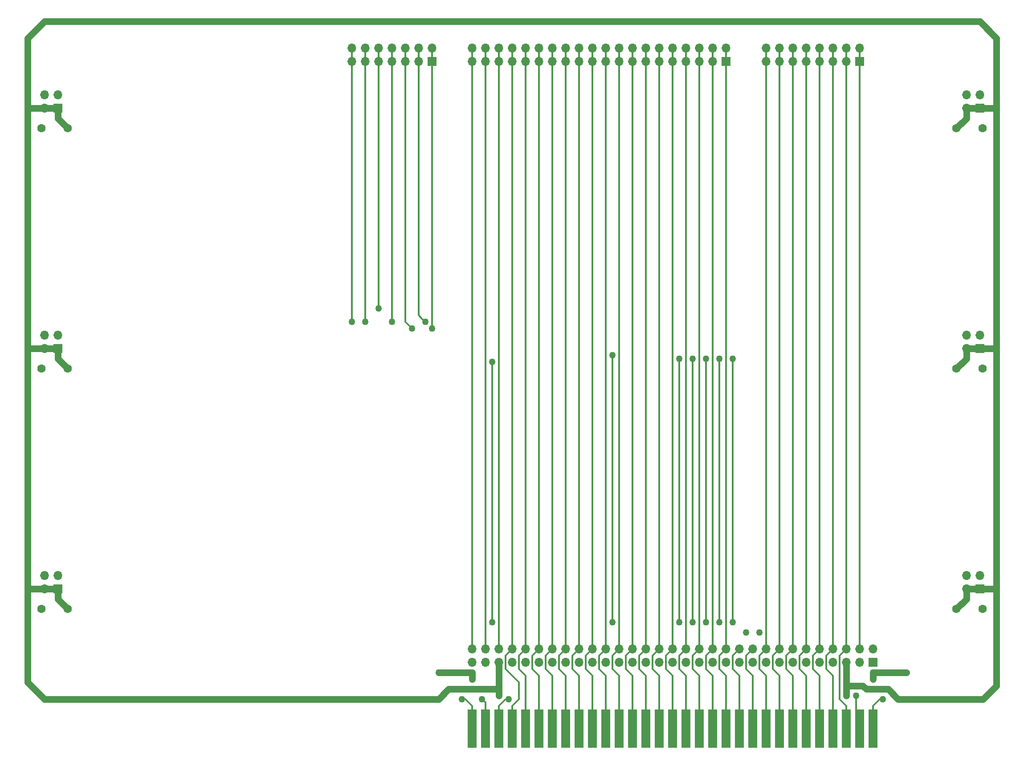
<source format=gtl>
G04 #@! TF.GenerationSoftware,KiCad,Pcbnew,(5.1.4)-1*
G04 #@! TF.CreationDate,2023-01-29T13:09:45+10:30*
G04 #@! TF.ProjectId,ISA_Bread_Board_v1-1,4953415f-4272-4656-9164-5f426f617264,1*
G04 #@! TF.SameCoordinates,Original*
G04 #@! TF.FileFunction,Copper,L1,Top*
G04 #@! TF.FilePolarity,Positive*
%FSLAX46Y46*%
G04 Gerber Fmt 4.6, Leading zero omitted, Abs format (unit mm)*
G04 Created by KiCad (PCBNEW (5.1.4)-1) date 2023-01-29 13:09:45*
%MOMM*%
%LPD*%
G04 APERTURE LIST*
%ADD10R,1.780000X7.366000*%
%ADD11O,1.700000X1.700000*%
%ADD12R,1.700000X1.700000*%
%ADD13C,1.600000*%
%ADD14C,1.270000*%
%ADD15C,0.317500*%
%ADD16C,1.270000*%
G04 APERTURE END LIST*
D10*
X255905000Y-203073000D03*
X253365000Y-203073000D03*
X250825000Y-203073000D03*
X248285000Y-203073000D03*
X245745000Y-203073000D03*
X243205000Y-203073000D03*
X240665000Y-203073000D03*
X238125000Y-203073000D03*
X235585000Y-203073000D03*
X233045000Y-203073000D03*
X230505000Y-203073000D03*
X227965000Y-203073000D03*
X225425000Y-203073000D03*
X222885000Y-203073000D03*
X220345000Y-203073000D03*
X217805000Y-203073000D03*
X215265000Y-203073000D03*
X212725000Y-203073000D03*
X210185000Y-203073000D03*
X207645000Y-203073000D03*
X283845000Y-203073000D03*
X281305000Y-203073000D03*
X278765000Y-203073000D03*
X276225000Y-203073000D03*
X273685000Y-203073000D03*
X271145000Y-203073000D03*
X268605000Y-203073000D03*
X266065000Y-203073000D03*
X263525000Y-203073000D03*
X260985000Y-203073000D03*
X258445000Y-203073000D03*
D11*
X184785000Y-73660000D03*
X184785000Y-76200000D03*
X187325000Y-73660000D03*
X187325000Y-76200000D03*
X189865000Y-73660000D03*
X189865000Y-76200000D03*
X192405000Y-73660000D03*
X192405000Y-76200000D03*
X194945000Y-73660000D03*
X194945000Y-76200000D03*
X197485000Y-73660000D03*
X197485000Y-76200000D03*
X200025000Y-73660000D03*
D12*
X200025000Y-76200000D03*
D11*
X263525000Y-73660000D03*
X263525000Y-76200000D03*
X266065000Y-73660000D03*
X266065000Y-76200000D03*
X268605000Y-73660000D03*
X268605000Y-76200000D03*
X271145000Y-73660000D03*
X271145000Y-76200000D03*
X273685000Y-73660000D03*
X273685000Y-76200000D03*
X276225000Y-73660000D03*
X276225000Y-76200000D03*
X278765000Y-73660000D03*
X278765000Y-76200000D03*
X281305000Y-73660000D03*
D12*
X281305000Y-76200000D03*
D11*
X207645000Y-187960000D03*
X207645000Y-190500000D03*
X210185000Y-187960000D03*
X210185000Y-190500000D03*
X212725000Y-187960000D03*
X212725000Y-190500000D03*
X215265000Y-187960000D03*
X215265000Y-190500000D03*
X217805000Y-187960000D03*
X217805000Y-190500000D03*
X220345000Y-187960000D03*
X220345000Y-190500000D03*
X222885000Y-187960000D03*
X222885000Y-190500000D03*
X225425000Y-187960000D03*
X225425000Y-190500000D03*
X227965000Y-187960000D03*
X227965000Y-190500000D03*
X230505000Y-187960000D03*
X230505000Y-190500000D03*
X233045000Y-187960000D03*
X233045000Y-190500000D03*
X235585000Y-187960000D03*
X235585000Y-190500000D03*
X238125000Y-187960000D03*
X238125000Y-190500000D03*
X240665000Y-187960000D03*
X240665000Y-190500000D03*
X243205000Y-187960000D03*
X243205000Y-190500000D03*
X245745000Y-187960000D03*
X245745000Y-190500000D03*
X248285000Y-187960000D03*
X248285000Y-190500000D03*
X250825000Y-187960000D03*
X250825000Y-190500000D03*
X253365000Y-187960000D03*
X253365000Y-190500000D03*
X255905000Y-187960000D03*
X255905000Y-190500000D03*
X258445000Y-187960000D03*
X258445000Y-190500000D03*
X260985000Y-187960000D03*
X260985000Y-190500000D03*
X263525000Y-187960000D03*
X263525000Y-190500000D03*
X266065000Y-187960000D03*
X266065000Y-190500000D03*
X268605000Y-187960000D03*
X268605000Y-190500000D03*
X271145000Y-187960000D03*
X271145000Y-190500000D03*
X273685000Y-187960000D03*
X273685000Y-190500000D03*
X276225000Y-187960000D03*
X276225000Y-190500000D03*
X278765000Y-187960000D03*
X278765000Y-190500000D03*
X281305000Y-187960000D03*
X281305000Y-190500000D03*
X283845000Y-187960000D03*
D12*
X283845000Y-190500000D03*
D11*
X207645000Y-73660000D03*
X207645000Y-76200000D03*
X210185000Y-73660000D03*
X210185000Y-76200000D03*
X212725000Y-73660000D03*
X212725000Y-76200000D03*
X215265000Y-73660000D03*
X215265000Y-76200000D03*
X217805000Y-73660000D03*
X217805000Y-76200000D03*
X220345000Y-73660000D03*
X220345000Y-76200000D03*
X222885000Y-73660000D03*
X222885000Y-76200000D03*
X225425000Y-73660000D03*
X225425000Y-76200000D03*
X227965000Y-73660000D03*
X227965000Y-76200000D03*
X230505000Y-73660000D03*
X230505000Y-76200000D03*
X233045000Y-73660000D03*
X233045000Y-76200000D03*
X235585000Y-73660000D03*
X235585000Y-76200000D03*
X238125000Y-73660000D03*
X238125000Y-76200000D03*
X240665000Y-73660000D03*
X240665000Y-76200000D03*
X243205000Y-73660000D03*
X243205000Y-76200000D03*
X245745000Y-73660000D03*
X245745000Y-76200000D03*
X248285000Y-73660000D03*
X248285000Y-76200000D03*
X250825000Y-73660000D03*
X250825000Y-76200000D03*
X253365000Y-73660000D03*
X253365000Y-76200000D03*
X255905000Y-73660000D03*
D12*
X255905000Y-76200000D03*
D11*
X301625000Y-173990000D03*
X301625000Y-176530000D03*
X304165000Y-173990000D03*
D12*
X304165000Y-176530000D03*
D11*
X301625000Y-128270000D03*
X301625000Y-130810000D03*
X304165000Y-128270000D03*
D12*
X304165000Y-130810000D03*
D11*
X301625000Y-82550000D03*
X301625000Y-85090000D03*
X304165000Y-82550000D03*
D12*
X304165000Y-85090000D03*
D11*
X126365000Y-82550000D03*
X126365000Y-85090000D03*
X128905000Y-82550000D03*
D12*
X128905000Y-85090000D03*
D11*
X126365000Y-128270000D03*
X126365000Y-130810000D03*
X128905000Y-128270000D03*
D12*
X128905000Y-130810000D03*
D11*
X126365000Y-173990000D03*
X126365000Y-176530000D03*
X128905000Y-173990000D03*
D12*
X128905000Y-176530000D03*
D13*
X304720000Y-134620000D03*
X299720000Y-134620000D03*
X125810000Y-134620000D03*
X130810000Y-134620000D03*
X299720000Y-88900000D03*
X304720000Y-88900000D03*
X125810000Y-88900000D03*
X130810000Y-88900000D03*
X304720000Y-180340000D03*
X299720000Y-180340000D03*
X125810000Y-180340000D03*
X130810000Y-180340000D03*
D14*
X257175000Y-182880000D03*
X189865000Y-123190000D03*
X257175000Y-132715000D03*
X280670000Y-196850000D03*
X285750000Y-197484994D03*
X283845000Y-193675000D03*
X290195000Y-192405000D03*
X288925000Y-192405000D03*
X287655000Y-192405000D03*
X207645000Y-192405000D03*
X207645000Y-193675000D03*
X203835000Y-192405000D03*
X202565000Y-192405000D03*
X201295000Y-192405000D03*
X262255000Y-184785000D03*
X283845000Y-192405000D03*
X259715000Y-184785000D03*
X211455000Y-182880000D03*
X211455000Y-133350000D03*
X184785000Y-125729992D03*
X278765000Y-196850000D03*
X278765000Y-195580000D03*
X212725000Y-196850000D03*
X212725000Y-195580000D03*
X234315000Y-182880000D03*
X234315000Y-132080000D03*
X187325000Y-125730000D03*
X247015000Y-182880000D03*
X196215000Y-126999978D03*
X247015000Y-132715000D03*
X249555000Y-182880000D03*
X192405000Y-125730000D03*
X249555000Y-132715000D03*
X252095000Y-182880000D03*
X200025000Y-127000000D03*
X252095000Y-132715000D03*
X254635000Y-182880000D03*
X198755000Y-125730000D03*
X254635000Y-132715000D03*
X205740000Y-197485000D03*
X209550000Y-197485000D03*
X214630000Y-197485000D03*
D15*
X258445000Y-203200000D02*
X258445000Y-193040000D01*
X258445000Y-193040000D02*
X257175000Y-191770000D01*
X257175000Y-191770000D02*
X257175000Y-189230000D01*
X257175000Y-189230000D02*
X258445000Y-187960000D01*
X189865000Y-73660000D02*
X189865000Y-76200000D01*
X189865000Y-76200000D02*
X189865000Y-123190000D01*
X257175000Y-182880000D02*
X257175000Y-132715000D01*
X260985000Y-203200000D02*
X260985000Y-193040000D01*
X260985000Y-193040000D02*
X259715000Y-191770000D01*
X259715000Y-191770000D02*
X259715000Y-189230000D01*
X259715000Y-189230000D02*
X260985000Y-187960000D01*
X263525000Y-187960000D02*
X263525000Y-76200000D01*
X263525000Y-203200000D02*
X263525000Y-193040000D01*
X263525000Y-193040000D02*
X262255000Y-191770000D01*
X262255000Y-191770000D02*
X262255000Y-189230000D01*
X262255000Y-189230000D02*
X263525000Y-187960000D01*
X263525000Y-73660000D02*
X263525000Y-76200000D01*
X266065000Y-187960000D02*
X266065000Y-76200000D01*
X266065000Y-203200000D02*
X266065000Y-193040000D01*
X266065000Y-193040000D02*
X264795000Y-191770000D01*
X264795000Y-191770000D02*
X264795000Y-189230000D01*
X264795000Y-189230000D02*
X266065000Y-187960000D01*
X266065000Y-73660000D02*
X266065000Y-76200000D01*
X268605000Y-187960000D02*
X268605000Y-76200000D01*
X268605000Y-203200000D02*
X268605000Y-193040000D01*
X268605000Y-193040000D02*
X267335000Y-191770000D01*
X267335000Y-191770000D02*
X267335000Y-189230000D01*
X267335000Y-189230000D02*
X268605000Y-187960000D01*
X268605000Y-73660000D02*
X268605000Y-76200000D01*
X271145000Y-187960000D02*
X271145000Y-76200000D01*
X271145000Y-203200000D02*
X271145000Y-193040000D01*
X271145000Y-193040000D02*
X269875000Y-191770000D01*
X269875000Y-191770000D02*
X269875000Y-189230000D01*
X269875000Y-189230000D02*
X271145000Y-187960000D01*
X271145000Y-73660000D02*
X271145000Y-76200000D01*
X273685000Y-187960000D02*
X273685000Y-76200000D01*
X273685000Y-203200000D02*
X273685000Y-193040000D01*
X273685000Y-193040000D02*
X272415000Y-191770000D01*
X272415000Y-191770000D02*
X272415000Y-189230000D01*
X272415000Y-189230000D02*
X273685000Y-187960000D01*
X273685000Y-73660000D02*
X273685000Y-76200000D01*
X276225000Y-187960000D02*
X276225000Y-76200000D01*
X276225000Y-203200000D02*
X276225000Y-193040000D01*
X276225000Y-193040000D02*
X274955000Y-191770000D01*
X274955000Y-191770000D02*
X274955000Y-189230000D01*
X274955000Y-189230000D02*
X276225000Y-187960000D01*
X276225000Y-73660000D02*
X276225000Y-76200000D01*
X278765000Y-187960000D02*
X278765000Y-76200000D01*
X277495000Y-189230000D02*
X278765000Y-187960000D01*
X277495000Y-197485000D02*
X277495000Y-189230000D01*
X278765000Y-203200000D02*
X278765000Y-198755000D01*
X278765000Y-198755000D02*
X277495000Y-197485000D01*
X278765000Y-73660000D02*
X278765000Y-76200000D01*
X280670000Y-202565000D02*
X280670000Y-197748025D01*
X281305000Y-203200000D02*
X280670000Y-202565000D01*
X280670000Y-197748025D02*
X280670000Y-196850000D01*
X281305000Y-187960000D02*
X281305000Y-76200000D01*
X281305000Y-73660000D02*
X281305000Y-76200000D01*
X285115006Y-197484994D02*
X285750000Y-197484994D01*
X283845000Y-203200000D02*
X283845000Y-198755000D01*
X283845000Y-198755000D02*
X285115006Y-197484994D01*
D16*
X283845000Y-192405000D02*
X287655000Y-192405000D01*
X290195000Y-192405000D02*
X290195000Y-192405000D01*
X288925000Y-192405000D02*
X290195000Y-192405000D01*
X287655000Y-192405000D02*
X288925000Y-192405000D01*
X207645000Y-193675000D02*
X207645000Y-192405000D01*
X207645000Y-192405000D02*
X203835000Y-192405000D01*
X203835000Y-192405000D02*
X202565000Y-192405000D01*
X202565000Y-192405000D02*
X201295000Y-192405000D01*
X283845000Y-193675000D02*
X283845000Y-192405000D01*
D15*
X211455000Y-182880000D02*
X211455000Y-133350000D01*
X184785000Y-73660000D02*
X184785000Y-76200000D01*
X184785000Y-76200000D02*
X184785000Y-125729992D01*
D16*
X278765000Y-196850000D02*
X278765000Y-195580000D01*
X278765000Y-193040000D02*
X278765000Y-190500000D01*
X278765000Y-195580000D02*
X278765000Y-193040000D01*
X212725000Y-195580000D02*
X212725000Y-196850000D01*
X212725000Y-193040000D02*
X212725000Y-195580000D01*
X212725000Y-190500000D02*
X212725000Y-193040000D01*
X304165000Y-85090000D02*
X307340000Y-85090000D01*
X304165000Y-130810000D02*
X307340000Y-130810000D01*
X307340000Y-131445000D02*
X307340000Y-177165000D01*
X307340000Y-85090000D02*
X307340000Y-131445000D01*
X307340000Y-176530000D02*
X304165000Y-176530000D01*
X307340000Y-177165000D02*
X307340000Y-176530000D01*
X123190000Y-176530000D02*
X126365000Y-176530000D01*
X128905000Y-176530000D02*
X126365000Y-176530000D01*
X123190000Y-176530000D02*
X123190000Y-130810000D01*
X123190000Y-130810000D02*
X126365000Y-130810000D01*
X128905000Y-130810000D02*
X126365000Y-130810000D01*
X123190000Y-71755000D02*
X126365000Y-68580000D01*
X123190000Y-85090000D02*
X126365000Y-85090000D01*
X123190000Y-85090000D02*
X123190000Y-71755000D01*
X123190000Y-130810000D02*
X123190000Y-85090000D01*
X126365000Y-85090000D02*
X128905000Y-85090000D01*
X212725000Y-195580000D02*
X203200000Y-195580000D01*
X203200000Y-195580000D02*
X201295000Y-197485000D01*
X301625000Y-85090000D02*
X304165000Y-85090000D01*
X304165000Y-130810000D02*
X301625000Y-130810000D01*
X301625000Y-176530000D02*
X304165000Y-176530000D01*
X123190000Y-194310000D02*
X123190000Y-176530000D01*
X201295000Y-197485000D02*
X126365000Y-197485000D01*
X126365000Y-197485000D02*
X123190000Y-194310000D01*
X307340000Y-71755000D02*
X307340000Y-85090000D01*
X126365000Y-68580000D02*
X304165000Y-68580000D01*
X304165000Y-68580000D02*
X307340000Y-71755000D01*
X128905000Y-86995000D02*
X128905000Y-85090000D01*
X130810000Y-88900000D02*
X128905000Y-86995000D01*
X128905000Y-132715000D02*
X130810000Y-134620000D01*
X128905000Y-130810000D02*
X128905000Y-132715000D01*
X128905000Y-178435000D02*
X130810000Y-180340000D01*
X128905000Y-176530000D02*
X128905000Y-178435000D01*
X301625000Y-178435000D02*
X301625000Y-176530000D01*
X299720000Y-180340000D02*
X301625000Y-178435000D01*
X301625000Y-132715000D02*
X299720000Y-134620000D01*
X301625000Y-130810000D02*
X301625000Y-132715000D01*
X301625000Y-86995000D02*
X301625000Y-85090000D01*
X299720000Y-88900000D02*
X301625000Y-86995000D01*
X281940000Y-194945000D02*
X278765000Y-194945000D01*
X307340000Y-194945000D02*
X304800000Y-197485000D01*
X307340000Y-177165000D02*
X307340000Y-194945000D01*
X304800000Y-197485000D02*
X288607500Y-197485000D01*
X288607500Y-197485000D02*
X286702500Y-195580000D01*
X286702500Y-195580000D02*
X282575000Y-195580000D01*
X282575000Y-195580000D02*
X281940000Y-194945000D01*
D15*
X234315000Y-182880000D02*
X234315000Y-132080000D01*
X187325000Y-73660000D02*
X187325000Y-76200000D01*
X187325000Y-76200000D02*
X187325000Y-125730000D01*
X194945000Y-73660000D02*
X194945000Y-76200000D01*
X247015000Y-182880000D02*
X247015000Y-132715000D01*
X194945000Y-125729978D02*
X196215000Y-126999978D01*
X194945000Y-76200000D02*
X194945000Y-125729978D01*
X192405000Y-73660000D02*
X192405000Y-76200000D01*
X192405000Y-76200000D02*
X192405000Y-125730000D01*
X249555000Y-182880000D02*
X249555000Y-132715000D01*
X200025000Y-73660000D02*
X200025000Y-76200000D01*
X200025000Y-76200000D02*
X200025000Y-127000000D01*
X252095000Y-182880000D02*
X252095000Y-132715000D01*
X197485000Y-73660000D02*
X197485000Y-76200000D01*
X197485000Y-124460000D02*
X198120001Y-125095001D01*
X197485000Y-76200000D02*
X197485000Y-124460000D01*
X198120001Y-125095001D02*
X198755000Y-125730000D01*
X254635000Y-182880000D02*
X254635000Y-132715000D01*
X207645000Y-198755000D02*
X206375000Y-197485000D01*
X207645000Y-203200000D02*
X207645000Y-198755000D01*
X206375000Y-197485000D02*
X205740000Y-197485000D01*
X207645000Y-73660000D02*
X207645000Y-76200000D01*
X207645000Y-187960000D02*
X207645000Y-76200000D01*
X210185000Y-198120000D02*
X209550000Y-197485000D01*
X210185000Y-203200000D02*
X210185000Y-198120000D01*
X209550000Y-197485000D02*
X209550000Y-197485000D01*
X210185000Y-73660000D02*
X210185000Y-76200000D01*
X210185000Y-187960000D02*
X210185000Y-76200000D01*
X213995000Y-197485000D02*
X214630000Y-197485000D01*
X212725000Y-203200000D02*
X212725000Y-198755000D01*
X212725000Y-198755000D02*
X213995000Y-197485000D01*
X214630000Y-197485000D02*
X214630000Y-197485000D01*
X212725000Y-73660000D02*
X212725000Y-76200000D01*
X212725000Y-187960000D02*
X212725000Y-76200000D01*
X213995000Y-189230000D02*
X215265000Y-187960000D01*
X213995000Y-191770000D02*
X213995000Y-189230000D01*
X216535000Y-194310000D02*
X213995000Y-191770000D01*
X216535000Y-197485000D02*
X216535000Y-194310000D01*
X215265000Y-203200000D02*
X215265000Y-198755000D01*
X215265000Y-198755000D02*
X216535000Y-197485000D01*
X215265000Y-73660000D02*
X215265000Y-76200000D01*
X215265000Y-187960000D02*
X215265000Y-76200000D01*
X217805000Y-203200000D02*
X217805000Y-193040000D01*
X217805000Y-193040000D02*
X216535000Y-191770000D01*
X216535000Y-191770000D02*
X216535000Y-189230000D01*
X216535000Y-189230000D02*
X217805000Y-187960000D01*
X217805000Y-73660000D02*
X217805000Y-76200000D01*
X217805000Y-187960000D02*
X217805000Y-76200000D01*
X220345000Y-203200000D02*
X220345000Y-193040000D01*
X220345000Y-193040000D02*
X219075000Y-191770000D01*
X219075000Y-191770000D02*
X219075000Y-189230000D01*
X219075000Y-189230000D02*
X220345000Y-187960000D01*
X220345000Y-73660000D02*
X220345000Y-76200000D01*
X220345000Y-187960000D02*
X220345000Y-76200000D01*
X222885000Y-203200000D02*
X222885000Y-193040000D01*
X222885000Y-193040000D02*
X221615000Y-191770000D01*
X221615000Y-191770000D02*
X221615000Y-189230000D01*
X221615000Y-189230000D02*
X222885000Y-187960000D01*
X222885000Y-73660000D02*
X222885000Y-76200000D01*
X222885000Y-187960000D02*
X222885000Y-76200000D01*
X225425000Y-203200000D02*
X225425000Y-193040000D01*
X225425000Y-193040000D02*
X224155000Y-191770000D01*
X224155000Y-191770000D02*
X224155000Y-189230000D01*
X224155000Y-189230000D02*
X225425000Y-187960000D01*
X225425000Y-73660000D02*
X225425000Y-76200000D01*
X225425000Y-187960000D02*
X225425000Y-76200000D01*
X227965000Y-203200000D02*
X227965000Y-193040000D01*
X227965000Y-193040000D02*
X226695000Y-191770000D01*
X226695000Y-191770000D02*
X226695000Y-189230000D01*
X226695000Y-189230000D02*
X227965000Y-187960000D01*
X227965000Y-73660000D02*
X227965000Y-76200000D01*
X227965000Y-187960000D02*
X227965000Y-76200000D01*
X230505000Y-203200000D02*
X230505000Y-193040000D01*
X230505000Y-193040000D02*
X229235000Y-191770000D01*
X229235000Y-191770000D02*
X229235000Y-189230000D01*
X229235000Y-189230000D02*
X230505000Y-187960000D01*
X230505000Y-73660000D02*
X230505000Y-76200000D01*
X230505000Y-187960000D02*
X230505000Y-76200000D01*
X233045000Y-203200000D02*
X233045000Y-193040000D01*
X233045000Y-193040000D02*
X231775000Y-191770000D01*
X231775000Y-191770000D02*
X231775000Y-189230000D01*
X231775000Y-189230000D02*
X233045000Y-187960000D01*
X233045000Y-73660000D02*
X233045000Y-76200000D01*
X233045000Y-187960000D02*
X233045000Y-76200000D01*
X235585000Y-203200000D02*
X235585000Y-193040000D01*
X235585000Y-193040000D02*
X234315000Y-191770000D01*
X234315000Y-191770000D02*
X234315000Y-189230000D01*
X234315000Y-189230000D02*
X235585000Y-187960000D01*
X235585000Y-73660000D02*
X235585000Y-76200000D01*
X235585000Y-187960000D02*
X235585000Y-76200000D01*
X238125000Y-203200000D02*
X238125000Y-193040000D01*
X238125000Y-193040000D02*
X236855000Y-191770000D01*
X236855000Y-191770000D02*
X236855000Y-189230000D01*
X236855000Y-189230000D02*
X238125000Y-187960000D01*
X238125000Y-73660000D02*
X238125000Y-76200000D01*
X238125000Y-187960000D02*
X238125000Y-76200000D01*
X240665000Y-203200000D02*
X240665000Y-193040000D01*
X240665000Y-193040000D02*
X239395000Y-191770000D01*
X239395000Y-191770000D02*
X239395000Y-189230000D01*
X239395000Y-189230000D02*
X240665000Y-187960000D01*
X240665000Y-73660000D02*
X240665000Y-76200000D01*
X240665000Y-187960000D02*
X240665000Y-76200000D01*
X243205000Y-203200000D02*
X243205000Y-193040000D01*
X243205000Y-193040000D02*
X241935000Y-191770000D01*
X241935000Y-191770000D02*
X241935000Y-189230000D01*
X241935000Y-189230000D02*
X243205000Y-187960000D01*
X243205000Y-73660000D02*
X243205000Y-76200000D01*
X243205000Y-187960000D02*
X243205000Y-76200000D01*
X245745000Y-203200000D02*
X245745000Y-193040000D01*
X245745000Y-193040000D02*
X244475000Y-191770000D01*
X244475000Y-191770000D02*
X244475000Y-189230000D01*
X244475000Y-189230000D02*
X245745000Y-187960000D01*
X245745000Y-73660000D02*
X245745000Y-76200000D01*
X245745000Y-187960000D02*
X245745000Y-76200000D01*
X248285000Y-203200000D02*
X248285000Y-193040000D01*
X248285000Y-193040000D02*
X247015000Y-191770000D01*
X247015000Y-191770000D02*
X247015000Y-189230000D01*
X247015000Y-189230000D02*
X248285000Y-187960000D01*
X248285000Y-187960000D02*
X248285000Y-76200000D01*
X248285000Y-73660000D02*
X248285000Y-76200000D01*
X250825000Y-203200000D02*
X250825000Y-193040000D01*
X250825000Y-193040000D02*
X249555000Y-191770000D01*
X249555000Y-191770000D02*
X249555000Y-189230000D01*
X249555000Y-189230000D02*
X250825000Y-187960000D01*
X250825000Y-73660000D02*
X250825000Y-76200000D01*
X250825000Y-187960000D02*
X250825000Y-76200000D01*
X253365000Y-203200000D02*
X253365000Y-193040000D01*
X253365000Y-193040000D02*
X252095000Y-191770000D01*
X252095000Y-191770000D02*
X252095000Y-189230000D01*
X252095000Y-189230000D02*
X253365000Y-187960000D01*
X253365000Y-73660000D02*
X253365000Y-76200000D01*
X253365000Y-187960000D02*
X253365000Y-76200000D01*
X255905000Y-203200000D02*
X255905000Y-193040000D01*
X255905000Y-193040000D02*
X254635000Y-191770000D01*
X254635000Y-191770000D02*
X254635000Y-189230000D01*
X254635000Y-189230000D02*
X255905000Y-187960000D01*
X255905000Y-73660000D02*
X255905000Y-76200000D01*
X255905000Y-187960000D02*
X255905000Y-76200000D01*
M02*

</source>
